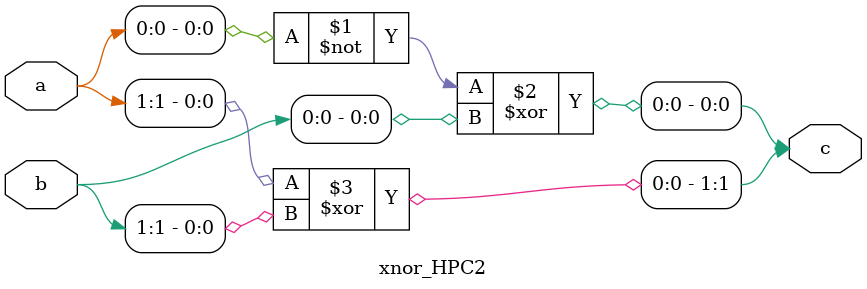
<source format=v>
module xnor_HPC2 #(parameter security_order=1, parameter pipeline=1) (a, b, c);
input wire [security_order:0] a, b;
output wire [security_order:0] c;
assign c[0] = ~a[0] ^ b[0];
assign c[security_order:1] = a[security_order:1] ^ b[security_order:1];
endmodule

</source>
